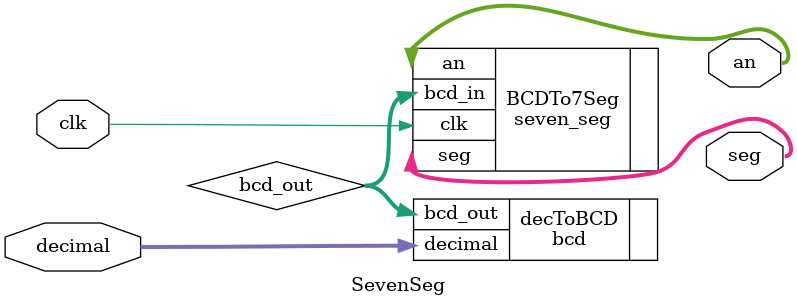
<source format=v>

module SevenSeg(
		input clk,
		input [13:0] decimal,
		output [3:0] an,
		output [7:0] seg
    );
	 
	 wire [15:0] bcd_out;
	 
	 
	 bcd decToBCD (
		.decimal(decimal),
		.bcd_out(bcd_out)
	 );
	 
	 seven_seg BCDTo7Seg(
		.clk(clk),
		.bcd_in(bcd_out),
		.seg(seg),
		.an(an)
	 );


endmodule

</source>
